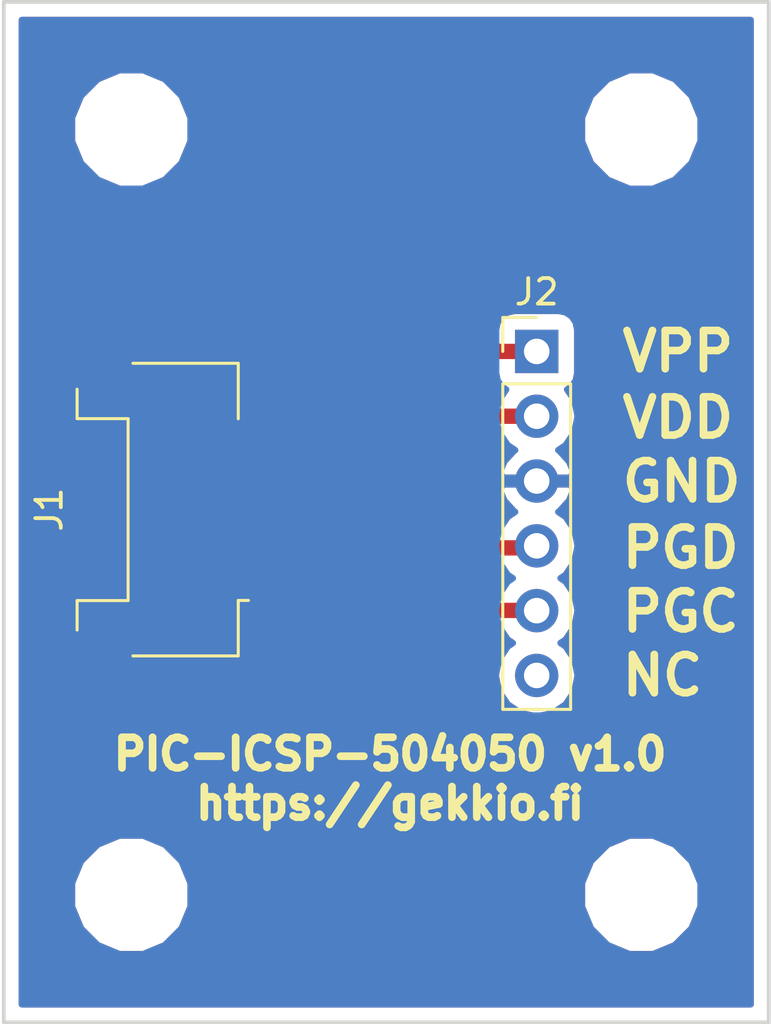
<source format=kicad_pcb>
(kicad_pcb (version 20171130) (host pcbnew 5.0.1-33cea8e~68~ubuntu18.04.1)

  (general
    (thickness 1.6)
    (drawings 11)
    (tracks 13)
    (zones 0)
    (modules 6)
    (nets 7)
  )

  (page A4)
  (title_block
    (title PIC-ICSP-504050)
    (rev v1.0)
    (company https://gekkio.fi)
  )

  (layers
    (0 F.Cu signal)
    (31 B.Cu signal)
    (32 B.Adhes user)
    (33 F.Adhes user)
    (34 B.Paste user)
    (35 F.Paste user)
    (36 B.SilkS user)
    (37 F.SilkS user)
    (38 B.Mask user)
    (39 F.Mask user)
    (40 Dwgs.User user)
    (41 Cmts.User user)
    (42 Eco1.User user)
    (43 Eco2.User user)
    (44 Edge.Cuts user)
    (45 Margin user)
    (46 B.CrtYd user)
    (47 F.CrtYd user)
    (48 B.Fab user)
    (49 F.Fab user)
  )

  (setup
    (last_trace_width 0.6)
    (trace_clearance 0.6)
    (zone_clearance 0.508)
    (zone_45_only no)
    (trace_min 0.2)
    (segment_width 0.2)
    (edge_width 0.15)
    (via_size 1)
    (via_drill 0.6)
    (via_min_size 0.4)
    (via_min_drill 0.3)
    (uvia_size 0.3)
    (uvia_drill 0.1)
    (uvias_allowed no)
    (uvia_min_size 0.2)
    (uvia_min_drill 0.1)
    (pcb_text_width 0.3)
    (pcb_text_size 1.5 1.5)
    (mod_edge_width 0.15)
    (mod_text_size 1 1)
    (mod_text_width 0.15)
    (pad_size 1.524 1.524)
    (pad_drill 0.762)
    (pad_to_mask_clearance 0.2)
    (solder_mask_min_width 0.2)
    (aux_axis_origin 0 0)
    (visible_elements FFFFFF7F)
    (pcbplotparams
      (layerselection 0x010fc_ffffffff)
      (usegerberextensions false)
      (usegerberattributes false)
      (usegerberadvancedattributes false)
      (creategerberjobfile true)
      (excludeedgelayer false)
      (linewidth 0.100000)
      (plotframeref false)
      (viasonmask false)
      (mode 1)
      (useauxorigin false)
      (hpglpennumber 1)
      (hpglpenspeed 20)
      (hpglpendiameter 15.000000)
      (psnegative false)
      (psa4output false)
      (plotreference true)
      (plotvalue true)
      (plotinvisibletext false)
      (padsonsilk false)
      (subtractmaskfromsilk false)
      (outputformat 1)
      (mirror false)
      (drillshape 0)
      (scaleselection 1)
      (outputdirectory "gerber/"))
  )

  (net 0 "")
  (net 1 /VPP)
  (net 2 /VDD)
  (net 3 GND)
  (net 4 /PGD)
  (net 5 /PGC)
  (net 6 "Net-(J2-Pad6)")

  (net_class Default "This is the default net class."
    (clearance 0.6)
    (trace_width 0.6)
    (via_dia 1)
    (via_drill 0.6)
    (uvia_dia 0.3)
    (uvia_drill 0.1)
    (add_net /PGC)
    (add_net /PGD)
    (add_net /VDD)
    (add_net /VPP)
    (add_net GND)
    (add_net "Net-(J2-Pad6)")
  )

  (module Connector_Molex:Molex_Pico-Lock_504050-0591_1x05-1MP_P1.50mm_Horizontal (layer F.Cu) (tedit 5AA46ED0) (tstamp 5BA34489)
    (at 56.3 69.9 90)
    (descr "Molex Pico-Lock series connector, 504050-0591 (http://www.molex.com/pdm_docs/sd/5040500891_sd.pdf), generated with kicad-footprint-generator")
    (tags "connector Molex Pico-Lock top entry")
    (path /5BA22F84)
    (attr smd)
    (fp_text reference J1 (at 0 -4.52 90) (layer F.SilkS)
      (effects (font (size 1 1) (thickness 0.15)))
    )
    (fp_text value Conn_01x05_MountingPin (at 0 4.5 90) (layer F.Fab)
      (effects (font (size 1 1) (thickness 0.15)))
    )
    (fp_line (start -5.625 2.785) (end 5.625 2.785) (layer F.Fab) (width 0.1))
    (fp_line (start -5.735 -1.235) (end -5.735 2.895) (layer F.SilkS) (width 0.12))
    (fp_line (start -5.735 2.895) (end -3.56 2.895) (layer F.SilkS) (width 0.12))
    (fp_line (start -3.56 2.895) (end -3.56 3.295) (layer F.SilkS) (width 0.12))
    (fp_line (start 5.735 -1.235) (end 5.735 2.895) (layer F.SilkS) (width 0.12))
    (fp_line (start 5.735 2.895) (end 3.56 2.895) (layer F.SilkS) (width 0.12))
    (fp_line (start -4.72 -3.425) (end -3.565 -3.425) (layer F.SilkS) (width 0.12))
    (fp_line (start -3.565 -3.425) (end -3.565 -1.425) (layer F.SilkS) (width 0.12))
    (fp_line (start -3.565 -1.425) (end 3.565 -1.425) (layer F.SilkS) (width 0.12))
    (fp_line (start 3.565 -1.425) (end 3.565 -3.425) (layer F.SilkS) (width 0.12))
    (fp_line (start 3.565 -3.425) (end 4.72 -3.425) (layer F.SilkS) (width 0.12))
    (fp_line (start -5.625 -3.315) (end -3.675 -3.315) (layer F.Fab) (width 0.1))
    (fp_line (start -3.675 -3.315) (end -3.675 -1.315) (layer F.Fab) (width 0.1))
    (fp_line (start -3.675 -1.315) (end 3.675 -1.315) (layer F.Fab) (width 0.1))
    (fp_line (start 3.675 -1.315) (end 3.675 -3.315) (layer F.Fab) (width 0.1))
    (fp_line (start 3.675 -3.315) (end 5.625 -3.315) (layer F.Fab) (width 0.1))
    (fp_line (start -5.625 2.785) (end -5.625 -3.315) (layer F.Fab) (width 0.1))
    (fp_line (start 5.625 2.785) (end 5.625 -3.315) (layer F.Fab) (width 0.1))
    (fp_line (start -6.73 -3.82) (end -6.73 3.8) (layer F.CrtYd) (width 0.05))
    (fp_line (start -6.73 3.8) (end 6.73 3.8) (layer F.CrtYd) (width 0.05))
    (fp_line (start 6.73 3.8) (end 6.73 -3.82) (layer F.CrtYd) (width 0.05))
    (fp_line (start 6.73 -3.82) (end -6.73 -3.82) (layer F.CrtYd) (width 0.05))
    (fp_line (start -3.5 2.785) (end -3 2.077893) (layer F.Fab) (width 0.1))
    (fp_line (start -3 2.077893) (end -2.5 2.785) (layer F.Fab) (width 0.1))
    (fp_text user %R (at 0 -0.27 90) (layer F.Fab)
      (effects (font (size 1 1) (thickness 0.15)))
    )
    (pad 1 smd rect (at -3 2.795 90) (size 0.6 1) (layers F.Cu F.Paste F.Mask)
      (net 5 /PGC))
    (pad 2 smd rect (at -1.5 2.795 90) (size 0.6 1) (layers F.Cu F.Paste F.Mask)
      (net 4 /PGD))
    (pad 3 smd rect (at 0 2.795 90) (size 0.6 1) (layers F.Cu F.Paste F.Mask)
      (net 3 GND))
    (pad 4 smd rect (at 1.5 2.795 90) (size 0.6 1) (layers F.Cu F.Paste F.Mask)
      (net 2 /VDD))
    (pad 5 smd rect (at 3 2.795 90) (size 0.6 1) (layers F.Cu F.Paste F.Mask)
      (net 1 /VPP))
    (pad MP smd rect (at -5.605 -2.395 90) (size 1.25 1.8) (layers F.Cu F.Paste F.Mask)
      (net 3 GND))
    (pad MP smd rect (at 5.605 -2.395 90) (size 1.25 1.8) (layers F.Cu F.Paste F.Mask)
      (net 3 GND))
    (model ${KISYS3DMOD}/Connector_Molex.3dshapes/Molex_Pico-Lock_504050-0591_1x05-1MP_P1.50mm_Horizontal.wrl
      (at (xyz 0 0 0))
      (scale (xyz 1 1 1))
      (rotate (xyz 0 0 0))
    )
  )

  (module Connector_PinHeader_2.54mm:PinHeader_1x06_P2.54mm_Vertical (layer F.Cu) (tedit 59FED5CC) (tstamp 5BA34465)
    (at 70.9 63.7)
    (descr "Through hole straight pin header, 1x06, 2.54mm pitch, single row")
    (tags "Through hole pin header THT 1x06 2.54mm single row")
    (path /5BA2270E)
    (fp_text reference J2 (at 0 -2.33) (layer F.SilkS)
      (effects (font (size 1 1) (thickness 0.15)))
    )
    (fp_text value Conn_01x06 (at 0 15.03) (layer F.Fab)
      (effects (font (size 1 1) (thickness 0.15)))
    )
    (fp_line (start -0.635 -1.27) (end 1.27 -1.27) (layer F.Fab) (width 0.1))
    (fp_line (start 1.27 -1.27) (end 1.27 13.97) (layer F.Fab) (width 0.1))
    (fp_line (start 1.27 13.97) (end -1.27 13.97) (layer F.Fab) (width 0.1))
    (fp_line (start -1.27 13.97) (end -1.27 -0.635) (layer F.Fab) (width 0.1))
    (fp_line (start -1.27 -0.635) (end -0.635 -1.27) (layer F.Fab) (width 0.1))
    (fp_line (start -1.33 14.03) (end 1.33 14.03) (layer F.SilkS) (width 0.12))
    (fp_line (start -1.33 1.27) (end -1.33 14.03) (layer F.SilkS) (width 0.12))
    (fp_line (start 1.33 1.27) (end 1.33 14.03) (layer F.SilkS) (width 0.12))
    (fp_line (start -1.33 1.27) (end 1.33 1.27) (layer F.SilkS) (width 0.12))
    (fp_line (start -1.33 0) (end -1.33 -1.33) (layer F.SilkS) (width 0.12))
    (fp_line (start -1.33 -1.33) (end 0 -1.33) (layer F.SilkS) (width 0.12))
    (fp_line (start -1.8 -1.8) (end -1.8 14.5) (layer F.CrtYd) (width 0.05))
    (fp_line (start -1.8 14.5) (end 1.8 14.5) (layer F.CrtYd) (width 0.05))
    (fp_line (start 1.8 14.5) (end 1.8 -1.8) (layer F.CrtYd) (width 0.05))
    (fp_line (start 1.8 -1.8) (end -1.8 -1.8) (layer F.CrtYd) (width 0.05))
    (fp_text user %R (at 0 6.35 90) (layer F.Fab)
      (effects (font (size 1 1) (thickness 0.15)))
    )
    (pad 1 thru_hole rect (at 0 0) (size 1.7 1.7) (drill 1) (layers *.Cu *.Mask)
      (net 1 /VPP))
    (pad 2 thru_hole oval (at 0 2.54) (size 1.7 1.7) (drill 1) (layers *.Cu *.Mask)
      (net 2 /VDD))
    (pad 3 thru_hole oval (at 0 5.08) (size 1.7 1.7) (drill 1) (layers *.Cu *.Mask)
      (net 3 GND))
    (pad 4 thru_hole oval (at 0 7.62) (size 1.7 1.7) (drill 1) (layers *.Cu *.Mask)
      (net 4 /PGD))
    (pad 5 thru_hole oval (at 0 10.16) (size 1.7 1.7) (drill 1) (layers *.Cu *.Mask)
      (net 5 /PGC))
    (pad 6 thru_hole oval (at 0 12.7) (size 1.7 1.7) (drill 1) (layers *.Cu *.Mask)
      (net 6 "Net-(J2-Pad6)"))
    (model ${KISYS3DMOD}/Connector_PinHeader_2.54mm.3dshapes/PinHeader_1x06_P2.54mm_Vertical.wrl
      (at (xyz 0 0 0))
      (scale (xyz 1 1 1))
      (rotate (xyz 0 0 0))
    )
  )

  (module MountingHole:MountingHole_3.2mm_M3 (layer F.Cu) (tedit 5BA29050) (tstamp 5BA3444B)
    (at 75 85)
    (descr "Mounting Hole 3.2mm, no annular, M3")
    (tags "mounting hole 3.2mm no annular m3")
    (path /5BA22CDF)
    (attr virtual)
    (fp_text reference H4 (at 0 -4.2) (layer F.SilkS) hide
      (effects (font (size 1 1) (thickness 0.15)))
    )
    (fp_text value MountingHole (at 0 4.2) (layer F.Fab)
      (effects (font (size 1 1) (thickness 0.15)))
    )
    (fp_circle (center 0 0) (end 3.45 0) (layer F.CrtYd) (width 0.05))
    (fp_circle (center 0 0) (end 3.2 0) (layer Cmts.User) (width 0.15))
    (fp_text user %R (at 0.3 0) (layer F.Fab)
      (effects (font (size 1 1) (thickness 0.15)))
    )
    (pad 1 np_thru_hole circle (at 0 0) (size 3.2 3.2) (drill 3.2) (layers *.Cu *.Mask))
  )

  (module MountingHole:MountingHole_3.2mm_M3 (layer F.Cu) (tedit 5BA2904E) (tstamp 5BA34443)
    (at 55 85)
    (descr "Mounting Hole 3.2mm, no annular, M3")
    (tags "mounting hole 3.2mm no annular m3")
    (path /5BA22C93)
    (attr virtual)
    (fp_text reference H3 (at 0 -4.2) (layer F.SilkS) hide
      (effects (font (size 1 1) (thickness 0.15)))
    )
    (fp_text value MountingHole (at 0 4.2) (layer F.Fab)
      (effects (font (size 1 1) (thickness 0.15)))
    )
    (fp_text user %R (at 0.3 0) (layer F.Fab)
      (effects (font (size 1 1) (thickness 0.15)))
    )
    (fp_circle (center 0 0) (end 3.2 0) (layer Cmts.User) (width 0.15))
    (fp_circle (center 0 0) (end 3.45 0) (layer F.CrtYd) (width 0.05))
    (pad 1 np_thru_hole circle (at 0 0) (size 3.2 3.2) (drill 3.2) (layers *.Cu *.Mask))
  )

  (module MountingHole:MountingHole_3.2mm_M3 (layer F.Cu) (tedit 5BA29047) (tstamp 5BA3443B)
    (at 75 55)
    (descr "Mounting Hole 3.2mm, no annular, M3")
    (tags "mounting hole 3.2mm no annular m3")
    (path /5BA22C43)
    (attr virtual)
    (fp_text reference H2 (at 0 -4.2) (layer F.SilkS) hide
      (effects (font (size 1 1) (thickness 0.15)))
    )
    (fp_text value MountingHole (at 0 4.2) (layer F.Fab)
      (effects (font (size 1 1) (thickness 0.15)))
    )
    (fp_circle (center 0 0) (end 3.45 0) (layer F.CrtYd) (width 0.05))
    (fp_circle (center 0 0) (end 3.2 0) (layer Cmts.User) (width 0.15))
    (fp_text user %R (at 0.3 0) (layer F.Fab)
      (effects (font (size 1 1) (thickness 0.15)))
    )
    (pad 1 np_thru_hole circle (at 0 0) (size 3.2 3.2) (drill 3.2) (layers *.Cu *.Mask))
  )

  (module MountingHole:MountingHole_3.2mm_M3 (layer F.Cu) (tedit 5BA29044) (tstamp 5BA28F36)
    (at 55 55)
    (descr "Mounting Hole 3.2mm, no annular, M3")
    (tags "mounting hole 3.2mm no annular m3")
    (path /5BA22B71)
    (attr virtual)
    (fp_text reference H1 (at 0 -4.2) (layer F.SilkS) hide
      (effects (font (size 1 1) (thickness 0.15)))
    )
    (fp_text value MountingHole (at 0 4.2) (layer F.Fab)
      (effects (font (size 1 1) (thickness 0.15)))
    )
    (fp_text user %R (at 0.3 0) (layer F.Fab)
      (effects (font (size 1 1) (thickness 0.15)))
    )
    (fp_circle (center 0 0) (end 3.2 0) (layer Cmts.User) (width 0.15))
    (fp_circle (center 0 0) (end 3.45 0) (layer F.CrtYd) (width 0.05))
    (pad 1 np_thru_hole circle (at 0 0) (size 3.2 3.2) (drill 3.2) (layers *.Cu *.Mask))
  )

  (gr_text "PIC-ICSP-504050 v1.0\nhttps://gekkio.fi" (at 65.15 80.45) (layer F.SilkS)
    (effects (font (size 1.2 1.2) (thickness 0.3)))
  )
  (gr_text NC (at 74.1 76.4) (layer F.SilkS) (tstamp 5BA291E5)
    (effects (font (size 1.5 1.5) (thickness 0.3)) (justify left))
  )
  (gr_text PGC (at 74.1 73.9) (layer F.SilkS) (tstamp 5BA291E1)
    (effects (font (size 1.5 1.5) (thickness 0.3)) (justify left))
  )
  (gr_text PGD (at 74.1 71.4) (layer F.SilkS) (tstamp 5BA291DD)
    (effects (font (size 1.5 1.5) (thickness 0.3)) (justify left))
  )
  (gr_text GND (at 74.1 68.8) (layer F.SilkS) (tstamp 5BA291D9)
    (effects (font (size 1.5 1.5) (thickness 0.3)) (justify left))
  )
  (gr_text VDD (at 74.1 66.3) (layer F.SilkS)
    (effects (font (size 1.5 1.5) (thickness 0.3)) (justify left))
  )
  (gr_text VPP (at 74.1 63.7) (layer F.SilkS)
    (effects (font (size 1.5 1.5) (thickness 0.3)) (justify left))
  )
  (gr_line (start 50 90) (end 50 50) (layer Edge.Cuts) (width 0.15))
  (gr_line (start 50 90) (end 80 90) (layer Edge.Cuts) (width 0.15))
  (gr_line (start 80 50) (end 80 90) (layer Edge.Cuts) (width 0.15))
  (gr_line (start 50 50) (end 80 50) (layer Edge.Cuts) (width 0.15))

  (segment (start 63.395 63.7) (end 69.45 63.7) (width 0.6) (layer F.Cu) (net 1))
  (segment (start 69.45 63.7) (end 70.9 63.7) (width 0.6) (layer F.Cu) (net 1))
  (segment (start 60.195 66.9) (end 63.395 63.7) (width 0.6) (layer F.Cu) (net 1))
  (segment (start 59.095 66.9) (end 60.195 66.9) (width 0.6) (layer F.Cu) (net 1))
  (segment (start 68.36 66.24) (end 70.9 66.24) (width 0.6) (layer F.Cu) (net 2))
  (segment (start 59.095 68.4) (end 66.2 68.4) (width 0.6) (layer F.Cu) (net 2))
  (segment (start 66.2 68.4) (end 68.36 66.24) (width 0.6) (layer F.Cu) (net 2))
  (segment (start 70.82 71.4) (end 70.9 71.32) (width 0.6) (layer F.Cu) (net 4))
  (segment (start 59.095 71.4) (end 70.82 71.4) (width 0.6) (layer F.Cu) (net 4))
  (segment (start 70.89 73.85) (end 70.9 73.86) (width 0.6) (layer F.Cu) (net 5))
  (segment (start 67.95 73.85) (end 70.89 73.85) (width 0.6) (layer F.Cu) (net 5))
  (segment (start 59.095 72.9) (end 67 72.9) (width 0.6) (layer F.Cu) (net 5))
  (segment (start 67 72.9) (end 67.95 73.85) (width 0.6) (layer F.Cu) (net 5))

  (zone (net 3) (net_name GND) (layer B.Cu) (tstamp 5BD4B702) (hatch edge 0.508)
    (connect_pads (clearance 0.508))
    (min_thickness 0.254)
    (fill yes (arc_segments 16) (thermal_gap 0.508) (thermal_bridge_width 0.508))
    (polygon
      (pts
        (xy 50 50) (xy 80 50) (xy 80 90) (xy 50 90)
      )
    )
    (filled_polygon
      (pts
        (xy 79.290001 89.29) (xy 50.71 89.29) (xy 50.71 84.537131) (xy 52.673 84.537131) (xy 52.673 85.462869)
        (xy 53.027264 86.31814) (xy 53.68186 86.972736) (xy 54.537131 87.327) (xy 55.462869 87.327) (xy 56.31814 86.972736)
        (xy 56.972736 86.31814) (xy 57.327 85.462869) (xy 57.327 84.537131) (xy 72.673 84.537131) (xy 72.673 85.462869)
        (xy 73.027264 86.31814) (xy 73.68186 86.972736) (xy 74.537131 87.327) (xy 75.462869 87.327) (xy 76.31814 86.972736)
        (xy 76.972736 86.31814) (xy 77.327 85.462869) (xy 77.327 84.537131) (xy 76.972736 83.68186) (xy 76.31814 83.027264)
        (xy 75.462869 82.673) (xy 74.537131 82.673) (xy 73.68186 83.027264) (xy 73.027264 83.68186) (xy 72.673 84.537131)
        (xy 57.327 84.537131) (xy 56.972736 83.68186) (xy 56.31814 83.027264) (xy 55.462869 82.673) (xy 54.537131 82.673)
        (xy 53.68186 83.027264) (xy 53.027264 83.68186) (xy 52.673 84.537131) (xy 50.71 84.537131) (xy 50.71 71.32)
        (xy 69.292105 71.32) (xy 69.414499 71.935315) (xy 69.763047 72.456953) (xy 69.962166 72.59) (xy 69.763047 72.723047)
        (xy 69.414499 73.244685) (xy 69.292105 73.86) (xy 69.414499 74.475315) (xy 69.763047 74.996953) (xy 69.962166 75.13)
        (xy 69.763047 75.263047) (xy 69.414499 75.784685) (xy 69.292105 76.4) (xy 69.414499 77.015315) (xy 69.763047 77.536953)
        (xy 70.284685 77.885501) (xy 70.744681 77.977) (xy 71.055319 77.977) (xy 71.515315 77.885501) (xy 72.036953 77.536953)
        (xy 72.385501 77.015315) (xy 72.507895 76.4) (xy 72.385501 75.784685) (xy 72.036953 75.263047) (xy 71.837834 75.13)
        (xy 72.036953 74.996953) (xy 72.385501 74.475315) (xy 72.507895 73.86) (xy 72.385501 73.244685) (xy 72.036953 72.723047)
        (xy 71.837834 72.59) (xy 72.036953 72.456953) (xy 72.385501 71.935315) (xy 72.507895 71.32) (xy 72.385501 70.704685)
        (xy 72.036953 70.183047) (xy 71.748768 69.990488) (xy 71.781358 69.975183) (xy 72.171645 69.546924) (xy 72.341476 69.13689)
        (xy 72.220155 68.907) (xy 71.027 68.907) (xy 71.027 68.927) (xy 70.773 68.927) (xy 70.773 68.907)
        (xy 69.579845 68.907) (xy 69.458524 69.13689) (xy 69.628355 69.546924) (xy 70.018642 69.975183) (xy 70.051232 69.990488)
        (xy 69.763047 70.183047) (xy 69.414499 70.704685) (xy 69.292105 71.32) (xy 50.71 71.32) (xy 50.71 66.24)
        (xy 69.292105 66.24) (xy 69.414499 66.855315) (xy 69.763047 67.376953) (xy 70.051232 67.569512) (xy 70.018642 67.584817)
        (xy 69.628355 68.013076) (xy 69.458524 68.42311) (xy 69.579845 68.653) (xy 70.773 68.653) (xy 70.773 68.633)
        (xy 71.027 68.633) (xy 71.027 68.653) (xy 72.220155 68.653) (xy 72.341476 68.42311) (xy 72.171645 68.013076)
        (xy 71.781358 67.584817) (xy 71.748768 67.569512) (xy 72.036953 67.376953) (xy 72.385501 66.855315) (xy 72.507895 66.24)
        (xy 72.385501 65.624685) (xy 72.096807 65.192625) (xy 72.274137 65.074137) (xy 72.434818 64.833661) (xy 72.491242 64.55)
        (xy 72.491242 62.85) (xy 72.434818 62.566339) (xy 72.274137 62.325863) (xy 72.033661 62.165182) (xy 71.75 62.108758)
        (xy 70.05 62.108758) (xy 69.766339 62.165182) (xy 69.525863 62.325863) (xy 69.365182 62.566339) (xy 69.308758 62.85)
        (xy 69.308758 64.55) (xy 69.365182 64.833661) (xy 69.525863 65.074137) (xy 69.703193 65.192625) (xy 69.414499 65.624685)
        (xy 69.292105 66.24) (xy 50.71 66.24) (xy 50.71 54.537131) (xy 52.673 54.537131) (xy 52.673 55.462869)
        (xy 53.027264 56.31814) (xy 53.68186 56.972736) (xy 54.537131 57.327) (xy 55.462869 57.327) (xy 56.31814 56.972736)
        (xy 56.972736 56.31814) (xy 57.327 55.462869) (xy 57.327 54.537131) (xy 72.673 54.537131) (xy 72.673 55.462869)
        (xy 73.027264 56.31814) (xy 73.68186 56.972736) (xy 74.537131 57.327) (xy 75.462869 57.327) (xy 76.31814 56.972736)
        (xy 76.972736 56.31814) (xy 77.327 55.462869) (xy 77.327 54.537131) (xy 76.972736 53.68186) (xy 76.31814 53.027264)
        (xy 75.462869 52.673) (xy 74.537131 52.673) (xy 73.68186 53.027264) (xy 73.027264 53.68186) (xy 72.673 54.537131)
        (xy 57.327 54.537131) (xy 56.972736 53.68186) (xy 56.31814 53.027264) (xy 55.462869 52.673) (xy 54.537131 52.673)
        (xy 53.68186 53.027264) (xy 53.027264 53.68186) (xy 52.673 54.537131) (xy 50.71 54.537131) (xy 50.71 50.71)
        (xy 79.29 50.71)
      )
    )
  )
  (zone (net 3) (net_name GND) (layer F.Cu) (tstamp 5BD4B6FF) (hatch edge 0.508)
    (connect_pads (clearance 0.508))
    (min_thickness 0.254)
    (fill yes (arc_segments 16) (thermal_gap 0.508) (thermal_bridge_width 0.508))
    (polygon
      (pts
        (xy 80 50) (xy 80 90) (xy 50 90) (xy 50 50)
      )
    )
    (filled_polygon
      (pts
        (xy 79.290001 89.29) (xy 50.71 89.29) (xy 50.71 84.537131) (xy 52.673 84.537131) (xy 52.673 85.462869)
        (xy 53.027264 86.31814) (xy 53.68186 86.972736) (xy 54.537131 87.327) (xy 55.462869 87.327) (xy 56.31814 86.972736)
        (xy 56.972736 86.31814) (xy 57.327 85.462869) (xy 57.327 84.537131) (xy 72.673 84.537131) (xy 72.673 85.462869)
        (xy 73.027264 86.31814) (xy 73.68186 86.972736) (xy 74.537131 87.327) (xy 75.462869 87.327) (xy 76.31814 86.972736)
        (xy 76.972736 86.31814) (xy 77.327 85.462869) (xy 77.327 84.537131) (xy 76.972736 83.68186) (xy 76.31814 83.027264)
        (xy 75.462869 82.673) (xy 74.537131 82.673) (xy 73.68186 83.027264) (xy 73.027264 83.68186) (xy 72.673 84.537131)
        (xy 57.327 84.537131) (xy 56.972736 83.68186) (xy 56.31814 83.027264) (xy 55.462869 82.673) (xy 54.537131 82.673)
        (xy 53.68186 83.027264) (xy 53.027264 83.68186) (xy 52.673 84.537131) (xy 50.71 84.537131) (xy 50.71 75.79075)
        (xy 52.37 75.79075) (xy 52.37 76.256309) (xy 52.466673 76.489698) (xy 52.645301 76.668327) (xy 52.87869 76.765)
        (xy 53.61925 76.765) (xy 53.778 76.60625) (xy 53.778 75.632) (xy 54.032 75.632) (xy 54.032 76.60625)
        (xy 54.19075 76.765) (xy 54.93131 76.765) (xy 55.164699 76.668327) (xy 55.343327 76.489698) (xy 55.44 76.256309)
        (xy 55.44 75.79075) (xy 55.28125 75.632) (xy 54.032 75.632) (xy 53.778 75.632) (xy 52.52875 75.632)
        (xy 52.37 75.79075) (xy 50.71 75.79075) (xy 50.71 74.753691) (xy 52.37 74.753691) (xy 52.37 75.21925)
        (xy 52.52875 75.378) (xy 53.778 75.378) (xy 53.778 74.40375) (xy 54.032 74.40375) (xy 54.032 75.378)
        (xy 55.28125 75.378) (xy 55.44 75.21925) (xy 55.44 74.753691) (xy 55.343327 74.520302) (xy 55.164699 74.341673)
        (xy 54.93131 74.245) (xy 54.19075 74.245) (xy 54.032 74.40375) (xy 53.778 74.40375) (xy 53.61925 74.245)
        (xy 52.87869 74.245) (xy 52.645301 74.341673) (xy 52.466673 74.520302) (xy 52.37 74.753691) (xy 50.71 74.753691)
        (xy 50.71 71.1) (xy 57.853758 71.1) (xy 57.853758 71.7) (xy 57.910182 71.983661) (xy 58.021326 72.15)
        (xy 57.910182 72.316339) (xy 57.853758 72.6) (xy 57.853758 73.2) (xy 57.910182 73.483661) (xy 58.070863 73.724137)
        (xy 58.311339 73.884818) (xy 58.595 73.941242) (xy 59.595 73.941242) (xy 59.666599 73.927) (xy 66.574604 73.927)
        (xy 67.152275 74.504672) (xy 67.209574 74.590426) (xy 67.549285 74.817413) (xy 67.84885 74.877) (xy 67.848851 74.877)
        (xy 67.95 74.89712) (xy 68.051149 74.877) (xy 69.682897 74.877) (xy 69.763047 74.996953) (xy 69.962166 75.13)
        (xy 69.763047 75.263047) (xy 69.414499 75.784685) (xy 69.292105 76.4) (xy 69.414499 77.015315) (xy 69.763047 77.536953)
        (xy 70.284685 77.885501) (xy 70.744681 77.977) (xy 71.055319 77.977) (xy 71.515315 77.885501) (xy 72.036953 77.536953)
        (xy 72.385501 77.015315) (xy 72.507895 76.4) (xy 72.385501 75.784685) (xy 72.036953 75.263047) (xy 71.837834 75.13)
        (xy 72.036953 74.996953) (xy 72.385501 74.475315) (xy 72.507895 73.86) (xy 72.385501 73.244685) (xy 72.036953 72.723047)
        (xy 71.837834 72.59) (xy 72.036953 72.456953) (xy 72.385501 71.935315) (xy 72.507895 71.32) (xy 72.385501 70.704685)
        (xy 72.036953 70.183047) (xy 71.748768 69.990488) (xy 71.781358 69.975183) (xy 72.171645 69.546924) (xy 72.341476 69.13689)
        (xy 72.220155 68.907) (xy 71.027 68.907) (xy 71.027 68.927) (xy 70.773 68.927) (xy 70.773 68.907)
        (xy 69.579845 68.907) (xy 69.458524 69.13689) (xy 69.628355 69.546924) (xy 70.018642 69.975183) (xy 70.051232 69.990488)
        (xy 69.763047 70.183047) (xy 69.636124 70.373) (xy 60.21066 70.373) (xy 60.23 70.326309) (xy 60.23 70.18575)
        (xy 60.07125 70.027) (xy 59.222 70.027) (xy 59.222 70.047) (xy 58.968 70.047) (xy 58.968 70.027)
        (xy 58.11875 70.027) (xy 57.96 70.18575) (xy 57.96 70.326309) (xy 58.056673 70.559698) (xy 58.072047 70.575072)
        (xy 58.070863 70.575863) (xy 57.910182 70.816339) (xy 57.853758 71.1) (xy 50.71 71.1) (xy 50.71 66.6)
        (xy 57.853758 66.6) (xy 57.853758 67.2) (xy 57.910182 67.483661) (xy 58.021326 67.65) (xy 57.910182 67.816339)
        (xy 57.853758 68.1) (xy 57.853758 68.7) (xy 57.910182 68.983661) (xy 58.070863 69.224137) (xy 58.072047 69.224928)
        (xy 58.056673 69.240302) (xy 57.96 69.473691) (xy 57.96 69.61425) (xy 58.11875 69.773) (xy 58.968 69.773)
        (xy 58.968 69.753) (xy 59.222 69.753) (xy 59.222 69.773) (xy 60.07125 69.773) (xy 60.23 69.61425)
        (xy 60.23 69.473691) (xy 60.21066 69.427) (xy 66.098851 69.427) (xy 66.2 69.44712) (xy 66.301149 69.427)
        (xy 66.30115 69.427) (xy 66.600715 69.367413) (xy 66.940426 69.140426) (xy 66.997726 69.05467) (xy 68.785398 67.267)
        (xy 69.689579 67.267) (xy 69.763047 67.376953) (xy 70.051232 67.569512) (xy 70.018642 67.584817) (xy 69.628355 68.013076)
        (xy 69.458524 68.42311) (xy 69.579845 68.653) (xy 70.773 68.653) (xy 70.773 68.633) (xy 71.027 68.633)
        (xy 71.027 68.653) (xy 72.220155 68.653) (xy 72.341476 68.42311) (xy 72.171645 68.013076) (xy 71.781358 67.584817)
        (xy 71.748768 67.569512) (xy 72.036953 67.376953) (xy 72.385501 66.855315) (xy 72.507895 66.24) (xy 72.385501 65.624685)
        (xy 72.096807 65.192625) (xy 72.274137 65.074137) (xy 72.434818 64.833661) (xy 72.491242 64.55) (xy 72.491242 62.85)
        (xy 72.434818 62.566339) (xy 72.274137 62.325863) (xy 72.033661 62.165182) (xy 71.75 62.108758) (xy 70.05 62.108758)
        (xy 69.766339 62.165182) (xy 69.525863 62.325863) (xy 69.365182 62.566339) (xy 69.343966 62.673) (xy 63.496148 62.673)
        (xy 63.394999 62.65288) (xy 63.29385 62.673) (xy 62.994285 62.732587) (xy 62.994284 62.732588) (xy 62.994283 62.732588)
        (xy 62.821615 62.847961) (xy 62.654574 62.959574) (xy 62.597277 63.045325) (xy 59.769604 65.873) (xy 59.666599 65.873)
        (xy 59.595 65.858758) (xy 58.595 65.858758) (xy 58.311339 65.915182) (xy 58.070863 66.075863) (xy 57.910182 66.316339)
        (xy 57.853758 66.6) (xy 50.71 66.6) (xy 50.71 64.58075) (xy 52.37 64.58075) (xy 52.37 65.046309)
        (xy 52.466673 65.279698) (xy 52.645301 65.458327) (xy 52.87869 65.555) (xy 53.61925 65.555) (xy 53.778 65.39625)
        (xy 53.778 64.422) (xy 54.032 64.422) (xy 54.032 65.39625) (xy 54.19075 65.555) (xy 54.93131 65.555)
        (xy 55.164699 65.458327) (xy 55.343327 65.279698) (xy 55.44 65.046309) (xy 55.44 64.58075) (xy 55.28125 64.422)
        (xy 54.032 64.422) (xy 53.778 64.422) (xy 52.52875 64.422) (xy 52.37 64.58075) (xy 50.71 64.58075)
        (xy 50.71 63.543691) (xy 52.37 63.543691) (xy 52.37 64.00925) (xy 52.52875 64.168) (xy 53.778 64.168)
        (xy 53.778 63.19375) (xy 54.032 63.19375) (xy 54.032 64.168) (xy 55.28125 64.168) (xy 55.44 64.00925)
        (xy 55.44 63.543691) (xy 55.343327 63.310302) (xy 55.164699 63.131673) (xy 54.93131 63.035) (xy 54.19075 63.035)
        (xy 54.032 63.19375) (xy 53.778 63.19375) (xy 53.61925 63.035) (xy 52.87869 63.035) (xy 52.645301 63.131673)
        (xy 52.466673 63.310302) (xy 52.37 63.543691) (xy 50.71 63.543691) (xy 50.71 54.537131) (xy 52.673 54.537131)
        (xy 52.673 55.462869) (xy 53.027264 56.31814) (xy 53.68186 56.972736) (xy 54.537131 57.327) (xy 55.462869 57.327)
        (xy 56.31814 56.972736) (xy 56.972736 56.31814) (xy 57.327 55.462869) (xy 57.327 54.537131) (xy 72.673 54.537131)
        (xy 72.673 55.462869) (xy 73.027264 56.31814) (xy 73.68186 56.972736) (xy 74.537131 57.327) (xy 75.462869 57.327)
        (xy 76.31814 56.972736) (xy 76.972736 56.31814) (xy 77.327 55.462869) (xy 77.327 54.537131) (xy 76.972736 53.68186)
        (xy 76.31814 53.027264) (xy 75.462869 52.673) (xy 74.537131 52.673) (xy 73.68186 53.027264) (xy 73.027264 53.68186)
        (xy 72.673 54.537131) (xy 57.327 54.537131) (xy 56.972736 53.68186) (xy 56.31814 53.027264) (xy 55.462869 52.673)
        (xy 54.537131 52.673) (xy 53.68186 53.027264) (xy 53.027264 53.68186) (xy 52.673 54.537131) (xy 50.71 54.537131)
        (xy 50.71 50.71) (xy 79.29 50.71)
      )
    )
  )
)

</source>
